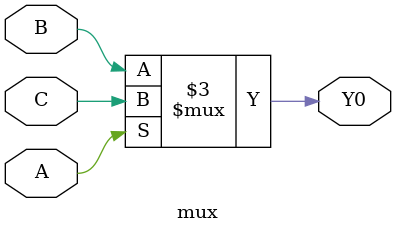
<source format=v>
module mux(
  input  A,
  input  B,
  input  C,
  output reg Y0
);

always @(A or B or C) begin
  if (A) begin
    Y0 = C;  
  end else begin
    Y0 = B; 
  end
end

endmodule

</source>
